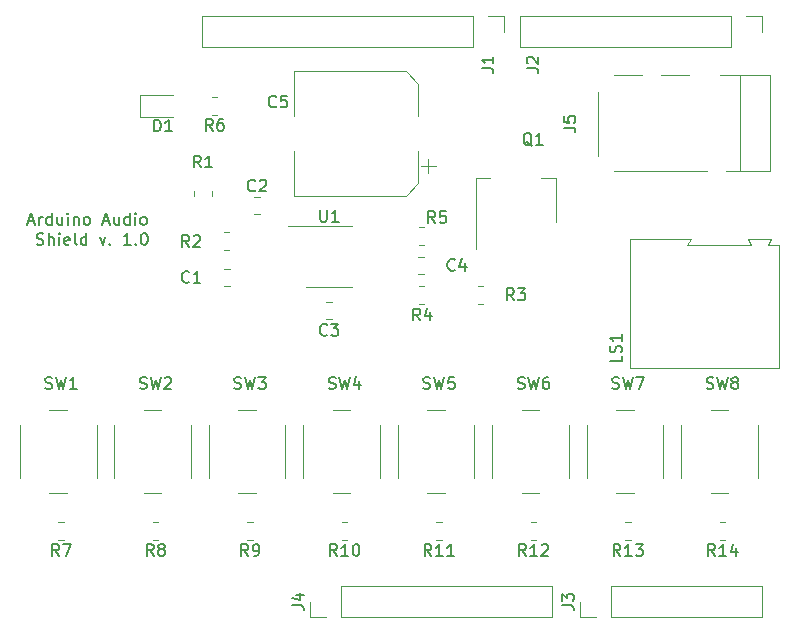
<source format=gbr>
%TF.GenerationSoftware,KiCad,Pcbnew,(5.1.8)-1*%
%TF.CreationDate,2021-12-17T21:48:39+01:00*%
%TF.ProjectId,ArduinoAudioShield,41726475-696e-46f4-9175-64696f536869,rev?*%
%TF.SameCoordinates,Original*%
%TF.FileFunction,Legend,Top*%
%TF.FilePolarity,Positive*%
%FSLAX46Y46*%
G04 Gerber Fmt 4.6, Leading zero omitted, Abs format (unit mm)*
G04 Created by KiCad (PCBNEW (5.1.8)-1) date 2021-12-17 21:48:39*
%MOMM*%
%LPD*%
G01*
G04 APERTURE LIST*
%ADD10C,0.200000*%
%ADD11C,0.120000*%
%ADD12C,0.150000*%
G04 APERTURE END LIST*
D10*
X117047047Y-69420666D02*
X117523238Y-69420666D01*
X116951809Y-69706380D02*
X117285142Y-68706380D01*
X117618476Y-69706380D01*
X117951809Y-69706380D02*
X117951809Y-69039714D01*
X117951809Y-69230190D02*
X117999428Y-69134952D01*
X118047047Y-69087333D01*
X118142285Y-69039714D01*
X118237523Y-69039714D01*
X118999428Y-69706380D02*
X118999428Y-68706380D01*
X118999428Y-69658761D02*
X118904190Y-69706380D01*
X118713714Y-69706380D01*
X118618476Y-69658761D01*
X118570857Y-69611142D01*
X118523238Y-69515904D01*
X118523238Y-69230190D01*
X118570857Y-69134952D01*
X118618476Y-69087333D01*
X118713714Y-69039714D01*
X118904190Y-69039714D01*
X118999428Y-69087333D01*
X119904190Y-69039714D02*
X119904190Y-69706380D01*
X119475619Y-69039714D02*
X119475619Y-69563523D01*
X119523238Y-69658761D01*
X119618476Y-69706380D01*
X119761333Y-69706380D01*
X119856571Y-69658761D01*
X119904190Y-69611142D01*
X120380380Y-69706380D02*
X120380380Y-69039714D01*
X120380380Y-68706380D02*
X120332761Y-68754000D01*
X120380380Y-68801619D01*
X120428000Y-68754000D01*
X120380380Y-68706380D01*
X120380380Y-68801619D01*
X120856571Y-69039714D02*
X120856571Y-69706380D01*
X120856571Y-69134952D02*
X120904190Y-69087333D01*
X120999428Y-69039714D01*
X121142285Y-69039714D01*
X121237523Y-69087333D01*
X121285142Y-69182571D01*
X121285142Y-69706380D01*
X121904190Y-69706380D02*
X121808952Y-69658761D01*
X121761333Y-69611142D01*
X121713714Y-69515904D01*
X121713714Y-69230190D01*
X121761333Y-69134952D01*
X121808952Y-69087333D01*
X121904190Y-69039714D01*
X122047047Y-69039714D01*
X122142285Y-69087333D01*
X122189904Y-69134952D01*
X122237523Y-69230190D01*
X122237523Y-69515904D01*
X122189904Y-69611142D01*
X122142285Y-69658761D01*
X122047047Y-69706380D01*
X121904190Y-69706380D01*
X123380380Y-69420666D02*
X123856571Y-69420666D01*
X123285142Y-69706380D02*
X123618476Y-68706380D01*
X123951809Y-69706380D01*
X124713714Y-69039714D02*
X124713714Y-69706380D01*
X124285142Y-69039714D02*
X124285142Y-69563523D01*
X124332761Y-69658761D01*
X124428000Y-69706380D01*
X124570857Y-69706380D01*
X124666095Y-69658761D01*
X124713714Y-69611142D01*
X125618476Y-69706380D02*
X125618476Y-68706380D01*
X125618476Y-69658761D02*
X125523238Y-69706380D01*
X125332761Y-69706380D01*
X125237523Y-69658761D01*
X125189904Y-69611142D01*
X125142285Y-69515904D01*
X125142285Y-69230190D01*
X125189904Y-69134952D01*
X125237523Y-69087333D01*
X125332761Y-69039714D01*
X125523238Y-69039714D01*
X125618476Y-69087333D01*
X126094666Y-69706380D02*
X126094666Y-69039714D01*
X126094666Y-68706380D02*
X126047047Y-68754000D01*
X126094666Y-68801619D01*
X126142285Y-68754000D01*
X126094666Y-68706380D01*
X126094666Y-68801619D01*
X126713714Y-69706380D02*
X126618476Y-69658761D01*
X126570857Y-69611142D01*
X126523238Y-69515904D01*
X126523238Y-69230190D01*
X126570857Y-69134952D01*
X126618476Y-69087333D01*
X126713714Y-69039714D01*
X126856571Y-69039714D01*
X126951809Y-69087333D01*
X126999428Y-69134952D01*
X127047047Y-69230190D01*
X127047047Y-69515904D01*
X126999428Y-69611142D01*
X126951809Y-69658761D01*
X126856571Y-69706380D01*
X126713714Y-69706380D01*
X117737523Y-71358761D02*
X117880380Y-71406380D01*
X118118476Y-71406380D01*
X118213714Y-71358761D01*
X118261333Y-71311142D01*
X118308952Y-71215904D01*
X118308952Y-71120666D01*
X118261333Y-71025428D01*
X118213714Y-70977809D01*
X118118476Y-70930190D01*
X117928000Y-70882571D01*
X117832761Y-70834952D01*
X117785142Y-70787333D01*
X117737523Y-70692095D01*
X117737523Y-70596857D01*
X117785142Y-70501619D01*
X117832761Y-70454000D01*
X117928000Y-70406380D01*
X118166095Y-70406380D01*
X118308952Y-70454000D01*
X118737523Y-71406380D02*
X118737523Y-70406380D01*
X119166095Y-71406380D02*
X119166095Y-70882571D01*
X119118476Y-70787333D01*
X119023238Y-70739714D01*
X118880380Y-70739714D01*
X118785142Y-70787333D01*
X118737523Y-70834952D01*
X119642285Y-71406380D02*
X119642285Y-70739714D01*
X119642285Y-70406380D02*
X119594666Y-70454000D01*
X119642285Y-70501619D01*
X119689904Y-70454000D01*
X119642285Y-70406380D01*
X119642285Y-70501619D01*
X120499428Y-71358761D02*
X120404190Y-71406380D01*
X120213714Y-71406380D01*
X120118476Y-71358761D01*
X120070857Y-71263523D01*
X120070857Y-70882571D01*
X120118476Y-70787333D01*
X120213714Y-70739714D01*
X120404190Y-70739714D01*
X120499428Y-70787333D01*
X120547047Y-70882571D01*
X120547047Y-70977809D01*
X120070857Y-71073047D01*
X121118476Y-71406380D02*
X121023238Y-71358761D01*
X120975619Y-71263523D01*
X120975619Y-70406380D01*
X121928000Y-71406380D02*
X121928000Y-70406380D01*
X121928000Y-71358761D02*
X121832761Y-71406380D01*
X121642285Y-71406380D01*
X121547047Y-71358761D01*
X121499428Y-71311142D01*
X121451809Y-71215904D01*
X121451809Y-70930190D01*
X121499428Y-70834952D01*
X121547047Y-70787333D01*
X121642285Y-70739714D01*
X121832761Y-70739714D01*
X121928000Y-70787333D01*
X123070857Y-70739714D02*
X123308952Y-71406380D01*
X123547047Y-70739714D01*
X123928000Y-71311142D02*
X123975619Y-71358761D01*
X123928000Y-71406380D01*
X123880380Y-71358761D01*
X123928000Y-71311142D01*
X123928000Y-71406380D01*
X125689904Y-71406380D02*
X125118476Y-71406380D01*
X125404190Y-71406380D02*
X125404190Y-70406380D01*
X125308952Y-70549238D01*
X125213714Y-70644476D01*
X125118476Y-70692095D01*
X126118476Y-71311142D02*
X126166095Y-71358761D01*
X126118476Y-71406380D01*
X126070857Y-71358761D01*
X126118476Y-71311142D01*
X126118476Y-71406380D01*
X126785142Y-70406380D02*
X126880380Y-70406380D01*
X126975619Y-70454000D01*
X127023238Y-70501619D01*
X127070857Y-70596857D01*
X127118476Y-70787333D01*
X127118476Y-71025428D01*
X127070857Y-71215904D01*
X127023238Y-71311142D01*
X126975619Y-71358761D01*
X126880380Y-71406380D01*
X126785142Y-71406380D01*
X126689904Y-71358761D01*
X126642285Y-71311142D01*
X126594666Y-71215904D01*
X126547047Y-71025428D01*
X126547047Y-70787333D01*
X126594666Y-70596857D01*
X126642285Y-70501619D01*
X126689904Y-70454000D01*
X126785142Y-70406380D01*
D11*
%TO.C,J5*%
X166600000Y-57040000D02*
X169000000Y-57040000D01*
X165300000Y-63840000D02*
X165300000Y-58440000D01*
X174500000Y-65140000D02*
X166600000Y-65140000D01*
X177300000Y-57040000D02*
X177300000Y-65140000D01*
X177300000Y-57040000D02*
X175600000Y-57040000D01*
X170600000Y-57040000D02*
X173000000Y-57040000D01*
X176100000Y-65140000D02*
X177300000Y-65140000D01*
X179800000Y-57040000D02*
X177300000Y-57040000D01*
X179800000Y-65140000D02*
X179800000Y-57040000D01*
X177300000Y-65140000D02*
X179800000Y-65140000D01*
%TO.C,U1*%
X142494000Y-69830000D02*
X139044000Y-69830000D01*
X142494000Y-69830000D02*
X144444000Y-69830000D01*
X142494000Y-74950000D02*
X140544000Y-74950000D01*
X142494000Y-74950000D02*
X144444000Y-74950000D01*
%TO.C,SW8*%
X176300000Y-85390000D02*
X174800000Y-85390000D01*
X172300000Y-86640000D02*
X172300000Y-91140000D01*
X174800000Y-92390000D02*
X176300000Y-92390000D01*
X178800000Y-91140000D02*
X178800000Y-86640000D01*
%TO.C,SW7*%
X168300000Y-85390000D02*
X166800000Y-85390000D01*
X164300000Y-86640000D02*
X164300000Y-91140000D01*
X166800000Y-92390000D02*
X168300000Y-92390000D01*
X170800000Y-91140000D02*
X170800000Y-86640000D01*
%TO.C,SW6*%
X160300000Y-85390000D02*
X158800000Y-85390000D01*
X156300000Y-86640000D02*
X156300000Y-91140000D01*
X158800000Y-92390000D02*
X160300000Y-92390000D01*
X162800000Y-91140000D02*
X162800000Y-86640000D01*
%TO.C,SW5*%
X152300000Y-85390000D02*
X150800000Y-85390000D01*
X148300000Y-86640000D02*
X148300000Y-91140000D01*
X150800000Y-92390000D02*
X152300000Y-92390000D01*
X154800000Y-91140000D02*
X154800000Y-86640000D01*
%TO.C,SW4*%
X144300000Y-85390000D02*
X142800000Y-85390000D01*
X140300000Y-86640000D02*
X140300000Y-91140000D01*
X142800000Y-92390000D02*
X144300000Y-92390000D01*
X146800000Y-91140000D02*
X146800000Y-86640000D01*
%TO.C,SW3*%
X136300000Y-85390000D02*
X134800000Y-85390000D01*
X132300000Y-86640000D02*
X132300000Y-91140000D01*
X134800000Y-92390000D02*
X136300000Y-92390000D01*
X138800000Y-91140000D02*
X138800000Y-86640000D01*
%TO.C,SW2*%
X128300000Y-85390000D02*
X126800000Y-85390000D01*
X124300000Y-86640000D02*
X124300000Y-91140000D01*
X126800000Y-92390000D02*
X128300000Y-92390000D01*
X130800000Y-91140000D02*
X130800000Y-86640000D01*
%TO.C,SW1*%
X120300000Y-85390000D02*
X118800000Y-85390000D01*
X116300000Y-86640000D02*
X116300000Y-91140000D01*
X118800000Y-92390000D02*
X120300000Y-92390000D01*
X122800000Y-91140000D02*
X122800000Y-86640000D01*
%TO.C,R14*%
X176027064Y-94905000D02*
X175572936Y-94905000D01*
X176027064Y-96375000D02*
X175572936Y-96375000D01*
%TO.C,R13*%
X168027064Y-94905000D02*
X167572936Y-94905000D01*
X168027064Y-96375000D02*
X167572936Y-96375000D01*
%TO.C,R12*%
X160027064Y-94905000D02*
X159572936Y-94905000D01*
X160027064Y-96375000D02*
X159572936Y-96375000D01*
%TO.C,R11*%
X152027064Y-94905000D02*
X151572936Y-94905000D01*
X152027064Y-96375000D02*
X151572936Y-96375000D01*
%TO.C,R10*%
X144027064Y-94905000D02*
X143572936Y-94905000D01*
X144027064Y-96375000D02*
X143572936Y-96375000D01*
%TO.C,R9*%
X136027064Y-94905000D02*
X135572936Y-94905000D01*
X136027064Y-96375000D02*
X135572936Y-96375000D01*
%TO.C,R8*%
X128027064Y-94905000D02*
X127572936Y-94905000D01*
X128027064Y-96375000D02*
X127572936Y-96375000D01*
%TO.C,R7*%
X120027064Y-94905000D02*
X119572936Y-94905000D01*
X120027064Y-96375000D02*
X119572936Y-96375000D01*
%TO.C,R6*%
X133027064Y-58905000D02*
X132572936Y-58905000D01*
X133027064Y-60375000D02*
X132572936Y-60375000D01*
%TO.C,R5*%
X150527064Y-69905000D02*
X150072936Y-69905000D01*
X150527064Y-71375000D02*
X150072936Y-71375000D01*
%TO.C,R4*%
X150072936Y-76375000D02*
X150527064Y-76375000D01*
X150072936Y-74905000D02*
X150527064Y-74905000D01*
%TO.C,R3*%
X155072936Y-76375000D02*
X155527064Y-76375000D01*
X155072936Y-74905000D02*
X155527064Y-74905000D01*
%TO.C,R2*%
X134035064Y-70333000D02*
X133580936Y-70333000D01*
X134035064Y-71803000D02*
X133580936Y-71803000D01*
%TO.C,R1*%
X132543000Y-67295064D02*
X132543000Y-66840936D01*
X131073000Y-67295064D02*
X131073000Y-66840936D01*
%TO.C,Q1*%
X154890000Y-71740000D02*
X154890000Y-65730000D01*
X161710000Y-69490000D02*
X161710000Y-65730000D01*
X154890000Y-65730000D02*
X156150000Y-65730000D01*
X161710000Y-65730000D02*
X160450000Y-65730000D01*
%TO.C,LS1*%
X168000000Y-70940000D02*
X168000000Y-81790000D01*
X173100000Y-70940000D02*
X168000000Y-70940000D01*
X172800000Y-71440000D02*
X173100000Y-70940000D01*
X178200000Y-71440000D02*
X172800000Y-71440000D01*
X177950000Y-70940000D02*
X178200000Y-71440000D01*
X178000000Y-70940000D02*
X177950000Y-70940000D01*
X179900000Y-70940000D02*
X178000000Y-70940000D01*
X179650000Y-71440000D02*
X179900000Y-70940000D01*
X180600000Y-71440000D02*
X179650000Y-71440000D01*
X180600000Y-81790000D02*
X180600000Y-71440000D01*
X168000000Y-81790000D02*
X180600000Y-81790000D01*
%TO.C,J4*%
X140910000Y-102930000D02*
X140910000Y-101600000D01*
X142240000Y-102930000D02*
X140910000Y-102930000D01*
X143510000Y-102930000D02*
X143510000Y-100270000D01*
X143510000Y-100270000D02*
X161350000Y-100270000D01*
X143510000Y-102930000D02*
X161350000Y-102930000D01*
X161350000Y-102930000D02*
X161350000Y-100270000D01*
%TO.C,J3*%
X163770000Y-102930000D02*
X163770000Y-101600000D01*
X165100000Y-102930000D02*
X163770000Y-102930000D01*
X166370000Y-102930000D02*
X166370000Y-100270000D01*
X166370000Y-100270000D02*
X179130000Y-100270000D01*
X166370000Y-102930000D02*
X179130000Y-102930000D01*
X179130000Y-102930000D02*
X179130000Y-100270000D01*
%TO.C,J2*%
X179130000Y-52010000D02*
X179130000Y-53340000D01*
X177800000Y-52010000D02*
X179130000Y-52010000D01*
X176530000Y-52010000D02*
X176530000Y-54670000D01*
X176530000Y-54670000D02*
X158690000Y-54670000D01*
X176530000Y-52010000D02*
X158690000Y-52010000D01*
X158690000Y-52010000D02*
X158690000Y-54670000D01*
%TO.C,J1*%
X157286000Y-52010000D02*
X157286000Y-53340000D01*
X155956000Y-52010000D02*
X157286000Y-52010000D01*
X154686000Y-52010000D02*
X154686000Y-54670000D01*
X154686000Y-54670000D02*
X131766000Y-54670000D01*
X154686000Y-52010000D02*
X131766000Y-52010000D01*
X131766000Y-52010000D02*
X131766000Y-54670000D01*
%TO.C,D1*%
X126440000Y-60600000D02*
X129300000Y-60600000D01*
X126440000Y-58680000D02*
X126440000Y-60600000D01*
X129300000Y-58680000D02*
X126440000Y-58680000D01*
%TO.C,C5*%
X139520000Y-56716000D02*
X139520000Y-60466000D01*
X139520000Y-67236000D02*
X139520000Y-63486000D01*
X148975563Y-67236000D02*
X139520000Y-67236000D01*
X148975563Y-56716000D02*
X139520000Y-56716000D01*
X150040000Y-57780437D02*
X150040000Y-60466000D01*
X150040000Y-66171563D02*
X150040000Y-63486000D01*
X150040000Y-66171563D02*
X148975563Y-67236000D01*
X150040000Y-57780437D02*
X148975563Y-56716000D01*
X151530000Y-64736000D02*
X150280000Y-64736000D01*
X150905000Y-65361000D02*
X150905000Y-64111000D01*
%TO.C,C4*%
X150038748Y-73875000D02*
X150561252Y-73875000D01*
X150038748Y-72405000D02*
X150561252Y-72405000D01*
%TO.C,C3*%
X142755252Y-76227000D02*
X142232748Y-76227000D01*
X142755252Y-77697000D02*
X142232748Y-77697000D01*
%TO.C,C2*%
X136659252Y-67337000D02*
X136136748Y-67337000D01*
X136659252Y-68807000D02*
X136136748Y-68807000D01*
%TO.C,C1*%
X134119252Y-73433000D02*
X133596748Y-73433000D01*
X134119252Y-74903000D02*
X133596748Y-74903000D01*
%TO.C,J5*%
D12*
X162352380Y-61473333D02*
X163066666Y-61473333D01*
X163209523Y-61520952D01*
X163304761Y-61616190D01*
X163352380Y-61759047D01*
X163352380Y-61854285D01*
X162352380Y-60520952D02*
X162352380Y-60997142D01*
X162828571Y-61044761D01*
X162780952Y-60997142D01*
X162733333Y-60901904D01*
X162733333Y-60663809D01*
X162780952Y-60568571D01*
X162828571Y-60520952D01*
X162923809Y-60473333D01*
X163161904Y-60473333D01*
X163257142Y-60520952D01*
X163304761Y-60568571D01*
X163352380Y-60663809D01*
X163352380Y-60901904D01*
X163304761Y-60997142D01*
X163257142Y-61044761D01*
%TO.C,U1*%
X141732095Y-68442380D02*
X141732095Y-69251904D01*
X141779714Y-69347142D01*
X141827333Y-69394761D01*
X141922571Y-69442380D01*
X142113047Y-69442380D01*
X142208285Y-69394761D01*
X142255904Y-69347142D01*
X142303523Y-69251904D01*
X142303523Y-68442380D01*
X143303523Y-69442380D02*
X142732095Y-69442380D01*
X143017809Y-69442380D02*
X143017809Y-68442380D01*
X142922571Y-68585238D01*
X142827333Y-68680476D01*
X142732095Y-68728095D01*
%TO.C,SW8*%
X174466666Y-83544761D02*
X174609523Y-83592380D01*
X174847619Y-83592380D01*
X174942857Y-83544761D01*
X174990476Y-83497142D01*
X175038095Y-83401904D01*
X175038095Y-83306666D01*
X174990476Y-83211428D01*
X174942857Y-83163809D01*
X174847619Y-83116190D01*
X174657142Y-83068571D01*
X174561904Y-83020952D01*
X174514285Y-82973333D01*
X174466666Y-82878095D01*
X174466666Y-82782857D01*
X174514285Y-82687619D01*
X174561904Y-82640000D01*
X174657142Y-82592380D01*
X174895238Y-82592380D01*
X175038095Y-82640000D01*
X175371428Y-82592380D02*
X175609523Y-83592380D01*
X175800000Y-82878095D01*
X175990476Y-83592380D01*
X176228571Y-82592380D01*
X176752380Y-83020952D02*
X176657142Y-82973333D01*
X176609523Y-82925714D01*
X176561904Y-82830476D01*
X176561904Y-82782857D01*
X176609523Y-82687619D01*
X176657142Y-82640000D01*
X176752380Y-82592380D01*
X176942857Y-82592380D01*
X177038095Y-82640000D01*
X177085714Y-82687619D01*
X177133333Y-82782857D01*
X177133333Y-82830476D01*
X177085714Y-82925714D01*
X177038095Y-82973333D01*
X176942857Y-83020952D01*
X176752380Y-83020952D01*
X176657142Y-83068571D01*
X176609523Y-83116190D01*
X176561904Y-83211428D01*
X176561904Y-83401904D01*
X176609523Y-83497142D01*
X176657142Y-83544761D01*
X176752380Y-83592380D01*
X176942857Y-83592380D01*
X177038095Y-83544761D01*
X177085714Y-83497142D01*
X177133333Y-83401904D01*
X177133333Y-83211428D01*
X177085714Y-83116190D01*
X177038095Y-83068571D01*
X176942857Y-83020952D01*
%TO.C,SW7*%
X166466666Y-83544761D02*
X166609523Y-83592380D01*
X166847619Y-83592380D01*
X166942857Y-83544761D01*
X166990476Y-83497142D01*
X167038095Y-83401904D01*
X167038095Y-83306666D01*
X166990476Y-83211428D01*
X166942857Y-83163809D01*
X166847619Y-83116190D01*
X166657142Y-83068571D01*
X166561904Y-83020952D01*
X166514285Y-82973333D01*
X166466666Y-82878095D01*
X166466666Y-82782857D01*
X166514285Y-82687619D01*
X166561904Y-82640000D01*
X166657142Y-82592380D01*
X166895238Y-82592380D01*
X167038095Y-82640000D01*
X167371428Y-82592380D02*
X167609523Y-83592380D01*
X167800000Y-82878095D01*
X167990476Y-83592380D01*
X168228571Y-82592380D01*
X168514285Y-82592380D02*
X169180952Y-82592380D01*
X168752380Y-83592380D01*
%TO.C,SW6*%
X158466666Y-83544761D02*
X158609523Y-83592380D01*
X158847619Y-83592380D01*
X158942857Y-83544761D01*
X158990476Y-83497142D01*
X159038095Y-83401904D01*
X159038095Y-83306666D01*
X158990476Y-83211428D01*
X158942857Y-83163809D01*
X158847619Y-83116190D01*
X158657142Y-83068571D01*
X158561904Y-83020952D01*
X158514285Y-82973333D01*
X158466666Y-82878095D01*
X158466666Y-82782857D01*
X158514285Y-82687619D01*
X158561904Y-82640000D01*
X158657142Y-82592380D01*
X158895238Y-82592380D01*
X159038095Y-82640000D01*
X159371428Y-82592380D02*
X159609523Y-83592380D01*
X159800000Y-82878095D01*
X159990476Y-83592380D01*
X160228571Y-82592380D01*
X161038095Y-82592380D02*
X160847619Y-82592380D01*
X160752380Y-82640000D01*
X160704761Y-82687619D01*
X160609523Y-82830476D01*
X160561904Y-83020952D01*
X160561904Y-83401904D01*
X160609523Y-83497142D01*
X160657142Y-83544761D01*
X160752380Y-83592380D01*
X160942857Y-83592380D01*
X161038095Y-83544761D01*
X161085714Y-83497142D01*
X161133333Y-83401904D01*
X161133333Y-83163809D01*
X161085714Y-83068571D01*
X161038095Y-83020952D01*
X160942857Y-82973333D01*
X160752380Y-82973333D01*
X160657142Y-83020952D01*
X160609523Y-83068571D01*
X160561904Y-83163809D01*
%TO.C,SW5*%
X150466666Y-83544761D02*
X150609523Y-83592380D01*
X150847619Y-83592380D01*
X150942857Y-83544761D01*
X150990476Y-83497142D01*
X151038095Y-83401904D01*
X151038095Y-83306666D01*
X150990476Y-83211428D01*
X150942857Y-83163809D01*
X150847619Y-83116190D01*
X150657142Y-83068571D01*
X150561904Y-83020952D01*
X150514285Y-82973333D01*
X150466666Y-82878095D01*
X150466666Y-82782857D01*
X150514285Y-82687619D01*
X150561904Y-82640000D01*
X150657142Y-82592380D01*
X150895238Y-82592380D01*
X151038095Y-82640000D01*
X151371428Y-82592380D02*
X151609523Y-83592380D01*
X151800000Y-82878095D01*
X151990476Y-83592380D01*
X152228571Y-82592380D01*
X153085714Y-82592380D02*
X152609523Y-82592380D01*
X152561904Y-83068571D01*
X152609523Y-83020952D01*
X152704761Y-82973333D01*
X152942857Y-82973333D01*
X153038095Y-83020952D01*
X153085714Y-83068571D01*
X153133333Y-83163809D01*
X153133333Y-83401904D01*
X153085714Y-83497142D01*
X153038095Y-83544761D01*
X152942857Y-83592380D01*
X152704761Y-83592380D01*
X152609523Y-83544761D01*
X152561904Y-83497142D01*
%TO.C,SW4*%
X142466666Y-83544761D02*
X142609523Y-83592380D01*
X142847619Y-83592380D01*
X142942857Y-83544761D01*
X142990476Y-83497142D01*
X143038095Y-83401904D01*
X143038095Y-83306666D01*
X142990476Y-83211428D01*
X142942857Y-83163809D01*
X142847619Y-83116190D01*
X142657142Y-83068571D01*
X142561904Y-83020952D01*
X142514285Y-82973333D01*
X142466666Y-82878095D01*
X142466666Y-82782857D01*
X142514285Y-82687619D01*
X142561904Y-82640000D01*
X142657142Y-82592380D01*
X142895238Y-82592380D01*
X143038095Y-82640000D01*
X143371428Y-82592380D02*
X143609523Y-83592380D01*
X143800000Y-82878095D01*
X143990476Y-83592380D01*
X144228571Y-82592380D01*
X145038095Y-82925714D02*
X145038095Y-83592380D01*
X144800000Y-82544761D02*
X144561904Y-83259047D01*
X145180952Y-83259047D01*
%TO.C,SW3*%
X134466666Y-83544761D02*
X134609523Y-83592380D01*
X134847619Y-83592380D01*
X134942857Y-83544761D01*
X134990476Y-83497142D01*
X135038095Y-83401904D01*
X135038095Y-83306666D01*
X134990476Y-83211428D01*
X134942857Y-83163809D01*
X134847619Y-83116190D01*
X134657142Y-83068571D01*
X134561904Y-83020952D01*
X134514285Y-82973333D01*
X134466666Y-82878095D01*
X134466666Y-82782857D01*
X134514285Y-82687619D01*
X134561904Y-82640000D01*
X134657142Y-82592380D01*
X134895238Y-82592380D01*
X135038095Y-82640000D01*
X135371428Y-82592380D02*
X135609523Y-83592380D01*
X135800000Y-82878095D01*
X135990476Y-83592380D01*
X136228571Y-82592380D01*
X136514285Y-82592380D02*
X137133333Y-82592380D01*
X136800000Y-82973333D01*
X136942857Y-82973333D01*
X137038095Y-83020952D01*
X137085714Y-83068571D01*
X137133333Y-83163809D01*
X137133333Y-83401904D01*
X137085714Y-83497142D01*
X137038095Y-83544761D01*
X136942857Y-83592380D01*
X136657142Y-83592380D01*
X136561904Y-83544761D01*
X136514285Y-83497142D01*
%TO.C,SW2*%
X126466666Y-83544761D02*
X126609523Y-83592380D01*
X126847619Y-83592380D01*
X126942857Y-83544761D01*
X126990476Y-83497142D01*
X127038095Y-83401904D01*
X127038095Y-83306666D01*
X126990476Y-83211428D01*
X126942857Y-83163809D01*
X126847619Y-83116190D01*
X126657142Y-83068571D01*
X126561904Y-83020952D01*
X126514285Y-82973333D01*
X126466666Y-82878095D01*
X126466666Y-82782857D01*
X126514285Y-82687619D01*
X126561904Y-82640000D01*
X126657142Y-82592380D01*
X126895238Y-82592380D01*
X127038095Y-82640000D01*
X127371428Y-82592380D02*
X127609523Y-83592380D01*
X127800000Y-82878095D01*
X127990476Y-83592380D01*
X128228571Y-82592380D01*
X128561904Y-82687619D02*
X128609523Y-82640000D01*
X128704761Y-82592380D01*
X128942857Y-82592380D01*
X129038095Y-82640000D01*
X129085714Y-82687619D01*
X129133333Y-82782857D01*
X129133333Y-82878095D01*
X129085714Y-83020952D01*
X128514285Y-83592380D01*
X129133333Y-83592380D01*
%TO.C,SW1*%
X118466666Y-83544761D02*
X118609523Y-83592380D01*
X118847619Y-83592380D01*
X118942857Y-83544761D01*
X118990476Y-83497142D01*
X119038095Y-83401904D01*
X119038095Y-83306666D01*
X118990476Y-83211428D01*
X118942857Y-83163809D01*
X118847619Y-83116190D01*
X118657142Y-83068571D01*
X118561904Y-83020952D01*
X118514285Y-82973333D01*
X118466666Y-82878095D01*
X118466666Y-82782857D01*
X118514285Y-82687619D01*
X118561904Y-82640000D01*
X118657142Y-82592380D01*
X118895238Y-82592380D01*
X119038095Y-82640000D01*
X119371428Y-82592380D02*
X119609523Y-83592380D01*
X119800000Y-82878095D01*
X119990476Y-83592380D01*
X120228571Y-82592380D01*
X121133333Y-83592380D02*
X120561904Y-83592380D01*
X120847619Y-83592380D02*
X120847619Y-82592380D01*
X120752380Y-82735238D01*
X120657142Y-82830476D01*
X120561904Y-82878095D01*
%TO.C,R14*%
X175157142Y-97742380D02*
X174823809Y-97266190D01*
X174585714Y-97742380D02*
X174585714Y-96742380D01*
X174966666Y-96742380D01*
X175061904Y-96790000D01*
X175109523Y-96837619D01*
X175157142Y-96932857D01*
X175157142Y-97075714D01*
X175109523Y-97170952D01*
X175061904Y-97218571D01*
X174966666Y-97266190D01*
X174585714Y-97266190D01*
X176109523Y-97742380D02*
X175538095Y-97742380D01*
X175823809Y-97742380D02*
X175823809Y-96742380D01*
X175728571Y-96885238D01*
X175633333Y-96980476D01*
X175538095Y-97028095D01*
X176966666Y-97075714D02*
X176966666Y-97742380D01*
X176728571Y-96694761D02*
X176490476Y-97409047D01*
X177109523Y-97409047D01*
%TO.C,R13*%
X167157142Y-97742380D02*
X166823809Y-97266190D01*
X166585714Y-97742380D02*
X166585714Y-96742380D01*
X166966666Y-96742380D01*
X167061904Y-96790000D01*
X167109523Y-96837619D01*
X167157142Y-96932857D01*
X167157142Y-97075714D01*
X167109523Y-97170952D01*
X167061904Y-97218571D01*
X166966666Y-97266190D01*
X166585714Y-97266190D01*
X168109523Y-97742380D02*
X167538095Y-97742380D01*
X167823809Y-97742380D02*
X167823809Y-96742380D01*
X167728571Y-96885238D01*
X167633333Y-96980476D01*
X167538095Y-97028095D01*
X168442857Y-96742380D02*
X169061904Y-96742380D01*
X168728571Y-97123333D01*
X168871428Y-97123333D01*
X168966666Y-97170952D01*
X169014285Y-97218571D01*
X169061904Y-97313809D01*
X169061904Y-97551904D01*
X169014285Y-97647142D01*
X168966666Y-97694761D01*
X168871428Y-97742380D01*
X168585714Y-97742380D01*
X168490476Y-97694761D01*
X168442857Y-97647142D01*
%TO.C,R12*%
X159157142Y-97742380D02*
X158823809Y-97266190D01*
X158585714Y-97742380D02*
X158585714Y-96742380D01*
X158966666Y-96742380D01*
X159061904Y-96790000D01*
X159109523Y-96837619D01*
X159157142Y-96932857D01*
X159157142Y-97075714D01*
X159109523Y-97170952D01*
X159061904Y-97218571D01*
X158966666Y-97266190D01*
X158585714Y-97266190D01*
X160109523Y-97742380D02*
X159538095Y-97742380D01*
X159823809Y-97742380D02*
X159823809Y-96742380D01*
X159728571Y-96885238D01*
X159633333Y-96980476D01*
X159538095Y-97028095D01*
X160490476Y-96837619D02*
X160538095Y-96790000D01*
X160633333Y-96742380D01*
X160871428Y-96742380D01*
X160966666Y-96790000D01*
X161014285Y-96837619D01*
X161061904Y-96932857D01*
X161061904Y-97028095D01*
X161014285Y-97170952D01*
X160442857Y-97742380D01*
X161061904Y-97742380D01*
%TO.C,R11*%
X151157142Y-97742380D02*
X150823809Y-97266190D01*
X150585714Y-97742380D02*
X150585714Y-96742380D01*
X150966666Y-96742380D01*
X151061904Y-96790000D01*
X151109523Y-96837619D01*
X151157142Y-96932857D01*
X151157142Y-97075714D01*
X151109523Y-97170952D01*
X151061904Y-97218571D01*
X150966666Y-97266190D01*
X150585714Y-97266190D01*
X152109523Y-97742380D02*
X151538095Y-97742380D01*
X151823809Y-97742380D02*
X151823809Y-96742380D01*
X151728571Y-96885238D01*
X151633333Y-96980476D01*
X151538095Y-97028095D01*
X153061904Y-97742380D02*
X152490476Y-97742380D01*
X152776190Y-97742380D02*
X152776190Y-96742380D01*
X152680952Y-96885238D01*
X152585714Y-96980476D01*
X152490476Y-97028095D01*
%TO.C,R10*%
X143157142Y-97742380D02*
X142823809Y-97266190D01*
X142585714Y-97742380D02*
X142585714Y-96742380D01*
X142966666Y-96742380D01*
X143061904Y-96790000D01*
X143109523Y-96837619D01*
X143157142Y-96932857D01*
X143157142Y-97075714D01*
X143109523Y-97170952D01*
X143061904Y-97218571D01*
X142966666Y-97266190D01*
X142585714Y-97266190D01*
X144109523Y-97742380D02*
X143538095Y-97742380D01*
X143823809Y-97742380D02*
X143823809Y-96742380D01*
X143728571Y-96885238D01*
X143633333Y-96980476D01*
X143538095Y-97028095D01*
X144728571Y-96742380D02*
X144823809Y-96742380D01*
X144919047Y-96790000D01*
X144966666Y-96837619D01*
X145014285Y-96932857D01*
X145061904Y-97123333D01*
X145061904Y-97361428D01*
X145014285Y-97551904D01*
X144966666Y-97647142D01*
X144919047Y-97694761D01*
X144823809Y-97742380D01*
X144728571Y-97742380D01*
X144633333Y-97694761D01*
X144585714Y-97647142D01*
X144538095Y-97551904D01*
X144490476Y-97361428D01*
X144490476Y-97123333D01*
X144538095Y-96932857D01*
X144585714Y-96837619D01*
X144633333Y-96790000D01*
X144728571Y-96742380D01*
%TO.C,R9*%
X135633333Y-97742380D02*
X135300000Y-97266190D01*
X135061904Y-97742380D02*
X135061904Y-96742380D01*
X135442857Y-96742380D01*
X135538095Y-96790000D01*
X135585714Y-96837619D01*
X135633333Y-96932857D01*
X135633333Y-97075714D01*
X135585714Y-97170952D01*
X135538095Y-97218571D01*
X135442857Y-97266190D01*
X135061904Y-97266190D01*
X136109523Y-97742380D02*
X136300000Y-97742380D01*
X136395238Y-97694761D01*
X136442857Y-97647142D01*
X136538095Y-97504285D01*
X136585714Y-97313809D01*
X136585714Y-96932857D01*
X136538095Y-96837619D01*
X136490476Y-96790000D01*
X136395238Y-96742380D01*
X136204761Y-96742380D01*
X136109523Y-96790000D01*
X136061904Y-96837619D01*
X136014285Y-96932857D01*
X136014285Y-97170952D01*
X136061904Y-97266190D01*
X136109523Y-97313809D01*
X136204761Y-97361428D01*
X136395238Y-97361428D01*
X136490476Y-97313809D01*
X136538095Y-97266190D01*
X136585714Y-97170952D01*
%TO.C,R8*%
X127633333Y-97742380D02*
X127300000Y-97266190D01*
X127061904Y-97742380D02*
X127061904Y-96742380D01*
X127442857Y-96742380D01*
X127538095Y-96790000D01*
X127585714Y-96837619D01*
X127633333Y-96932857D01*
X127633333Y-97075714D01*
X127585714Y-97170952D01*
X127538095Y-97218571D01*
X127442857Y-97266190D01*
X127061904Y-97266190D01*
X128204761Y-97170952D02*
X128109523Y-97123333D01*
X128061904Y-97075714D01*
X128014285Y-96980476D01*
X128014285Y-96932857D01*
X128061904Y-96837619D01*
X128109523Y-96790000D01*
X128204761Y-96742380D01*
X128395238Y-96742380D01*
X128490476Y-96790000D01*
X128538095Y-96837619D01*
X128585714Y-96932857D01*
X128585714Y-96980476D01*
X128538095Y-97075714D01*
X128490476Y-97123333D01*
X128395238Y-97170952D01*
X128204761Y-97170952D01*
X128109523Y-97218571D01*
X128061904Y-97266190D01*
X128014285Y-97361428D01*
X128014285Y-97551904D01*
X128061904Y-97647142D01*
X128109523Y-97694761D01*
X128204761Y-97742380D01*
X128395238Y-97742380D01*
X128490476Y-97694761D01*
X128538095Y-97647142D01*
X128585714Y-97551904D01*
X128585714Y-97361428D01*
X128538095Y-97266190D01*
X128490476Y-97218571D01*
X128395238Y-97170952D01*
%TO.C,R7*%
X119633333Y-97742380D02*
X119300000Y-97266190D01*
X119061904Y-97742380D02*
X119061904Y-96742380D01*
X119442857Y-96742380D01*
X119538095Y-96790000D01*
X119585714Y-96837619D01*
X119633333Y-96932857D01*
X119633333Y-97075714D01*
X119585714Y-97170952D01*
X119538095Y-97218571D01*
X119442857Y-97266190D01*
X119061904Y-97266190D01*
X119966666Y-96742380D02*
X120633333Y-96742380D01*
X120204761Y-97742380D01*
%TO.C,R6*%
X132633333Y-61742380D02*
X132300000Y-61266190D01*
X132061904Y-61742380D02*
X132061904Y-60742380D01*
X132442857Y-60742380D01*
X132538095Y-60790000D01*
X132585714Y-60837619D01*
X132633333Y-60932857D01*
X132633333Y-61075714D01*
X132585714Y-61170952D01*
X132538095Y-61218571D01*
X132442857Y-61266190D01*
X132061904Y-61266190D01*
X133490476Y-60742380D02*
X133300000Y-60742380D01*
X133204761Y-60790000D01*
X133157142Y-60837619D01*
X133061904Y-60980476D01*
X133014285Y-61170952D01*
X133014285Y-61551904D01*
X133061904Y-61647142D01*
X133109523Y-61694761D01*
X133204761Y-61742380D01*
X133395238Y-61742380D01*
X133490476Y-61694761D01*
X133538095Y-61647142D01*
X133585714Y-61551904D01*
X133585714Y-61313809D01*
X133538095Y-61218571D01*
X133490476Y-61170952D01*
X133395238Y-61123333D01*
X133204761Y-61123333D01*
X133109523Y-61170952D01*
X133061904Y-61218571D01*
X133014285Y-61313809D01*
%TO.C,R5*%
X151471333Y-69540380D02*
X151138000Y-69064190D01*
X150899904Y-69540380D02*
X150899904Y-68540380D01*
X151280857Y-68540380D01*
X151376095Y-68588000D01*
X151423714Y-68635619D01*
X151471333Y-68730857D01*
X151471333Y-68873714D01*
X151423714Y-68968952D01*
X151376095Y-69016571D01*
X151280857Y-69064190D01*
X150899904Y-69064190D01*
X152376095Y-68540380D02*
X151899904Y-68540380D01*
X151852285Y-69016571D01*
X151899904Y-68968952D01*
X151995142Y-68921333D01*
X152233238Y-68921333D01*
X152328476Y-68968952D01*
X152376095Y-69016571D01*
X152423714Y-69111809D01*
X152423714Y-69349904D01*
X152376095Y-69445142D01*
X152328476Y-69492761D01*
X152233238Y-69540380D01*
X151995142Y-69540380D01*
X151899904Y-69492761D01*
X151852285Y-69445142D01*
%TO.C,R4*%
X150201333Y-77795380D02*
X149868000Y-77319190D01*
X149629904Y-77795380D02*
X149629904Y-76795380D01*
X150010857Y-76795380D01*
X150106095Y-76843000D01*
X150153714Y-76890619D01*
X150201333Y-76985857D01*
X150201333Y-77128714D01*
X150153714Y-77223952D01*
X150106095Y-77271571D01*
X150010857Y-77319190D01*
X149629904Y-77319190D01*
X151058476Y-77128714D02*
X151058476Y-77795380D01*
X150820380Y-76747761D02*
X150582285Y-77462047D01*
X151201333Y-77462047D01*
%TO.C,R3*%
X158133333Y-76092380D02*
X157800000Y-75616190D01*
X157561904Y-76092380D02*
X157561904Y-75092380D01*
X157942857Y-75092380D01*
X158038095Y-75140000D01*
X158085714Y-75187619D01*
X158133333Y-75282857D01*
X158133333Y-75425714D01*
X158085714Y-75520952D01*
X158038095Y-75568571D01*
X157942857Y-75616190D01*
X157561904Y-75616190D01*
X158466666Y-75092380D02*
X159085714Y-75092380D01*
X158752380Y-75473333D01*
X158895238Y-75473333D01*
X158990476Y-75520952D01*
X159038095Y-75568571D01*
X159085714Y-75663809D01*
X159085714Y-75901904D01*
X159038095Y-75997142D01*
X158990476Y-76044761D01*
X158895238Y-76092380D01*
X158609523Y-76092380D01*
X158514285Y-76044761D01*
X158466666Y-75997142D01*
%TO.C,R2*%
X130643333Y-71572380D02*
X130310000Y-71096190D01*
X130071904Y-71572380D02*
X130071904Y-70572380D01*
X130452857Y-70572380D01*
X130548095Y-70620000D01*
X130595714Y-70667619D01*
X130643333Y-70762857D01*
X130643333Y-70905714D01*
X130595714Y-71000952D01*
X130548095Y-71048571D01*
X130452857Y-71096190D01*
X130071904Y-71096190D01*
X131024285Y-70667619D02*
X131071904Y-70620000D01*
X131167142Y-70572380D01*
X131405238Y-70572380D01*
X131500476Y-70620000D01*
X131548095Y-70667619D01*
X131595714Y-70762857D01*
X131595714Y-70858095D01*
X131548095Y-71000952D01*
X130976666Y-71572380D01*
X131595714Y-71572380D01*
%TO.C,R1*%
X131641333Y-64841380D02*
X131308000Y-64365190D01*
X131069904Y-64841380D02*
X131069904Y-63841380D01*
X131450857Y-63841380D01*
X131546095Y-63889000D01*
X131593714Y-63936619D01*
X131641333Y-64031857D01*
X131641333Y-64174714D01*
X131593714Y-64269952D01*
X131546095Y-64317571D01*
X131450857Y-64365190D01*
X131069904Y-64365190D01*
X132593714Y-64841380D02*
X132022285Y-64841380D01*
X132308000Y-64841380D02*
X132308000Y-63841380D01*
X132212761Y-63984238D01*
X132117523Y-64079476D01*
X132022285Y-64127095D01*
%TO.C,Q1*%
X159670761Y-63031619D02*
X159575523Y-62984000D01*
X159480285Y-62888761D01*
X159337428Y-62745904D01*
X159242190Y-62698285D01*
X159146952Y-62698285D01*
X159194571Y-62936380D02*
X159099333Y-62888761D01*
X159004095Y-62793523D01*
X158956476Y-62603047D01*
X158956476Y-62269714D01*
X159004095Y-62079238D01*
X159099333Y-61984000D01*
X159194571Y-61936380D01*
X159385047Y-61936380D01*
X159480285Y-61984000D01*
X159575523Y-62079238D01*
X159623142Y-62269714D01*
X159623142Y-62603047D01*
X159575523Y-62793523D01*
X159480285Y-62888761D01*
X159385047Y-62936380D01*
X159194571Y-62936380D01*
X160575523Y-62936380D02*
X160004095Y-62936380D01*
X160289809Y-62936380D02*
X160289809Y-61936380D01*
X160194571Y-62079238D01*
X160099333Y-62174476D01*
X160004095Y-62222095D01*
%TO.C,LS1*%
X167252380Y-80782857D02*
X167252380Y-81259047D01*
X166252380Y-81259047D01*
X167204761Y-80497142D02*
X167252380Y-80354285D01*
X167252380Y-80116190D01*
X167204761Y-80020952D01*
X167157142Y-79973333D01*
X167061904Y-79925714D01*
X166966666Y-79925714D01*
X166871428Y-79973333D01*
X166823809Y-80020952D01*
X166776190Y-80116190D01*
X166728571Y-80306666D01*
X166680952Y-80401904D01*
X166633333Y-80449523D01*
X166538095Y-80497142D01*
X166442857Y-80497142D01*
X166347619Y-80449523D01*
X166300000Y-80401904D01*
X166252380Y-80306666D01*
X166252380Y-80068571D01*
X166300000Y-79925714D01*
X167252380Y-78973333D02*
X167252380Y-79544761D01*
X167252380Y-79259047D02*
X166252380Y-79259047D01*
X166395238Y-79354285D01*
X166490476Y-79449523D01*
X166538095Y-79544761D01*
%TO.C,J4*%
X139362380Y-101933333D02*
X140076666Y-101933333D01*
X140219523Y-101980952D01*
X140314761Y-102076190D01*
X140362380Y-102219047D01*
X140362380Y-102314285D01*
X139695714Y-101028571D02*
X140362380Y-101028571D01*
X139314761Y-101266666D02*
X140029047Y-101504761D01*
X140029047Y-100885714D01*
%TO.C,J3*%
X162222380Y-101933333D02*
X162936666Y-101933333D01*
X163079523Y-101980952D01*
X163174761Y-102076190D01*
X163222380Y-102219047D01*
X163222380Y-102314285D01*
X162222380Y-101552380D02*
X162222380Y-100933333D01*
X162603333Y-101266666D01*
X162603333Y-101123809D01*
X162650952Y-101028571D01*
X162698571Y-100980952D01*
X162793809Y-100933333D01*
X163031904Y-100933333D01*
X163127142Y-100980952D01*
X163174761Y-101028571D01*
X163222380Y-101123809D01*
X163222380Y-101409523D01*
X163174761Y-101504761D01*
X163127142Y-101552380D01*
%TO.C,J2*%
X159218380Y-56467333D02*
X159932666Y-56467333D01*
X160075523Y-56514952D01*
X160170761Y-56610190D01*
X160218380Y-56753047D01*
X160218380Y-56848285D01*
X159313619Y-56038761D02*
X159266000Y-55991142D01*
X159218380Y-55895904D01*
X159218380Y-55657809D01*
X159266000Y-55562571D01*
X159313619Y-55514952D01*
X159408857Y-55467333D01*
X159504095Y-55467333D01*
X159646952Y-55514952D01*
X160218380Y-56086380D01*
X160218380Y-55467333D01*
%TO.C,J1*%
X155408380Y-56467333D02*
X156122666Y-56467333D01*
X156265523Y-56514952D01*
X156360761Y-56610190D01*
X156408380Y-56753047D01*
X156408380Y-56848285D01*
X156408380Y-55467333D02*
X156408380Y-56038761D01*
X156408380Y-55753047D02*
X155408380Y-55753047D01*
X155551238Y-55848285D01*
X155646476Y-55943523D01*
X155694095Y-56038761D01*
%TO.C,D1*%
X127658904Y-61793380D02*
X127658904Y-60793380D01*
X127897000Y-60793380D01*
X128039857Y-60841000D01*
X128135095Y-60936238D01*
X128182714Y-61031476D01*
X128230333Y-61221952D01*
X128230333Y-61364809D01*
X128182714Y-61555285D01*
X128135095Y-61650523D01*
X128039857Y-61745761D01*
X127897000Y-61793380D01*
X127658904Y-61793380D01*
X129182714Y-61793380D02*
X128611285Y-61793380D01*
X128897000Y-61793380D02*
X128897000Y-60793380D01*
X128801761Y-60936238D01*
X128706523Y-61031476D01*
X128611285Y-61079095D01*
%TO.C,C5*%
X138009333Y-59666142D02*
X137961714Y-59713761D01*
X137818857Y-59761380D01*
X137723619Y-59761380D01*
X137580761Y-59713761D01*
X137485523Y-59618523D01*
X137437904Y-59523285D01*
X137390285Y-59332809D01*
X137390285Y-59189952D01*
X137437904Y-58999476D01*
X137485523Y-58904238D01*
X137580761Y-58809000D01*
X137723619Y-58761380D01*
X137818857Y-58761380D01*
X137961714Y-58809000D01*
X138009333Y-58856619D01*
X138914095Y-58761380D02*
X138437904Y-58761380D01*
X138390285Y-59237571D01*
X138437904Y-59189952D01*
X138533142Y-59142333D01*
X138771238Y-59142333D01*
X138866476Y-59189952D01*
X138914095Y-59237571D01*
X138961714Y-59332809D01*
X138961714Y-59570904D01*
X138914095Y-59666142D01*
X138866476Y-59713761D01*
X138771238Y-59761380D01*
X138533142Y-59761380D01*
X138437904Y-59713761D01*
X138390285Y-59666142D01*
%TO.C,C4*%
X153133333Y-73497142D02*
X153085714Y-73544761D01*
X152942857Y-73592380D01*
X152847619Y-73592380D01*
X152704761Y-73544761D01*
X152609523Y-73449523D01*
X152561904Y-73354285D01*
X152514285Y-73163809D01*
X152514285Y-73020952D01*
X152561904Y-72830476D01*
X152609523Y-72735238D01*
X152704761Y-72640000D01*
X152847619Y-72592380D01*
X152942857Y-72592380D01*
X153085714Y-72640000D01*
X153133333Y-72687619D01*
X153990476Y-72925714D02*
X153990476Y-73592380D01*
X153752380Y-72544761D02*
X153514285Y-73259047D01*
X154133333Y-73259047D01*
%TO.C,C3*%
X142327333Y-78999142D02*
X142279714Y-79046761D01*
X142136857Y-79094380D01*
X142041619Y-79094380D01*
X141898761Y-79046761D01*
X141803523Y-78951523D01*
X141755904Y-78856285D01*
X141708285Y-78665809D01*
X141708285Y-78522952D01*
X141755904Y-78332476D01*
X141803523Y-78237238D01*
X141898761Y-78142000D01*
X142041619Y-78094380D01*
X142136857Y-78094380D01*
X142279714Y-78142000D01*
X142327333Y-78189619D01*
X142660666Y-78094380D02*
X143279714Y-78094380D01*
X142946380Y-78475333D01*
X143089238Y-78475333D01*
X143184476Y-78522952D01*
X143232095Y-78570571D01*
X143279714Y-78665809D01*
X143279714Y-78903904D01*
X143232095Y-78999142D01*
X143184476Y-79046761D01*
X143089238Y-79094380D01*
X142803523Y-79094380D01*
X142708285Y-79046761D01*
X142660666Y-78999142D01*
%TO.C,C2*%
X136231333Y-66778142D02*
X136183714Y-66825761D01*
X136040857Y-66873380D01*
X135945619Y-66873380D01*
X135802761Y-66825761D01*
X135707523Y-66730523D01*
X135659904Y-66635285D01*
X135612285Y-66444809D01*
X135612285Y-66301952D01*
X135659904Y-66111476D01*
X135707523Y-66016238D01*
X135802761Y-65921000D01*
X135945619Y-65873380D01*
X136040857Y-65873380D01*
X136183714Y-65921000D01*
X136231333Y-65968619D01*
X136612285Y-65968619D02*
X136659904Y-65921000D01*
X136755142Y-65873380D01*
X136993238Y-65873380D01*
X137088476Y-65921000D01*
X137136095Y-65968619D01*
X137183714Y-66063857D01*
X137183714Y-66159095D01*
X137136095Y-66301952D01*
X136564666Y-66873380D01*
X137183714Y-66873380D01*
%TO.C,C1*%
X130643333Y-74525142D02*
X130595714Y-74572761D01*
X130452857Y-74620380D01*
X130357619Y-74620380D01*
X130214761Y-74572761D01*
X130119523Y-74477523D01*
X130071904Y-74382285D01*
X130024285Y-74191809D01*
X130024285Y-74048952D01*
X130071904Y-73858476D01*
X130119523Y-73763238D01*
X130214761Y-73668000D01*
X130357619Y-73620380D01*
X130452857Y-73620380D01*
X130595714Y-73668000D01*
X130643333Y-73715619D01*
X131595714Y-74620380D02*
X131024285Y-74620380D01*
X131310000Y-74620380D02*
X131310000Y-73620380D01*
X131214761Y-73763238D01*
X131119523Y-73858476D01*
X131024285Y-73906095D01*
%TD*%
M02*

</source>
